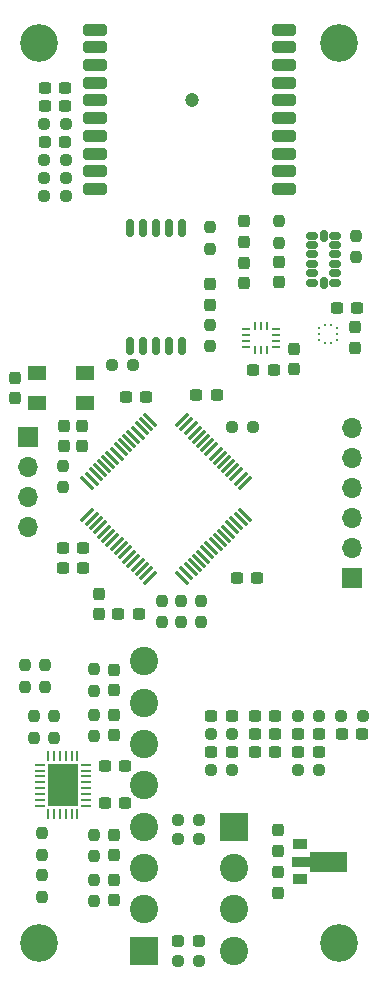
<source format=gts>
G04 #@! TF.GenerationSoftware,KiCad,Pcbnew,7.0.8*
G04 #@! TF.CreationDate,2023-11-27T14:39:53-06:00*
G04 #@! TF.ProjectId,Flight_Board,466c6967-6874-45f4-926f-6172642e6b69,rev?*
G04 #@! TF.SameCoordinates,Original*
G04 #@! TF.FileFunction,Soldermask,Top*
G04 #@! TF.FilePolarity,Negative*
%FSLAX46Y46*%
G04 Gerber Fmt 4.6, Leading zero omitted, Abs format (unit mm)*
G04 Created by KiCad (PCBNEW 7.0.8) date 2023-11-27 14:39:53*
%MOMM*%
%LPD*%
G01*
G04 APERTURE LIST*
G04 Aperture macros list*
%AMRoundRect*
0 Rectangle with rounded corners*
0 $1 Rounding radius*
0 $2 $3 $4 $5 $6 $7 $8 $9 X,Y pos of 4 corners*
0 Add a 4 corners polygon primitive as box body*
4,1,4,$2,$3,$4,$5,$6,$7,$8,$9,$2,$3,0*
0 Add four circle primitives for the rounded corners*
1,1,$1+$1,$2,$3*
1,1,$1+$1,$4,$5*
1,1,$1+$1,$6,$7*
1,1,$1+$1,$8,$9*
0 Add four rect primitives between the rounded corners*
20,1,$1+$1,$2,$3,$4,$5,0*
20,1,$1+$1,$4,$5,$6,$7,0*
20,1,$1+$1,$6,$7,$8,$9,0*
20,1,$1+$1,$8,$9,$2,$3,0*%
%AMFreePoly0*
4,1,9,3.862500,-0.866500,0.737500,-0.866500,0.737500,-0.450000,-0.737500,-0.450000,-0.737500,0.450000,0.737500,0.450000,0.737500,0.866500,3.862500,0.866500,3.862500,-0.866500,3.862500,-0.866500,$1*%
G04 Aperture macros list end*
%ADD10C,3.200000*%
%ADD11RoundRect,0.237500X0.237500X-0.250000X0.237500X0.250000X-0.237500X0.250000X-0.237500X-0.250000X0*%
%ADD12RoundRect,0.237500X-0.237500X0.300000X-0.237500X-0.300000X0.237500X-0.300000X0.237500X0.300000X0*%
%ADD13RoundRect,0.237500X0.250000X0.237500X-0.250000X0.237500X-0.250000X-0.237500X0.250000X-0.237500X0*%
%ADD14RoundRect,0.237500X-0.300000X-0.237500X0.300000X-0.237500X0.300000X0.237500X-0.300000X0.237500X0*%
%ADD15RoundRect,0.237500X0.300000X0.237500X-0.300000X0.237500X-0.300000X-0.237500X0.300000X-0.237500X0*%
%ADD16RoundRect,0.237500X-0.237500X0.250000X-0.237500X-0.250000X0.237500X-0.250000X0.237500X0.250000X0*%
%ADD17RoundRect,0.237500X-0.287500X-0.237500X0.287500X-0.237500X0.287500X0.237500X-0.287500X0.237500X0*%
%ADD18RoundRect,0.237500X-0.250000X-0.237500X0.250000X-0.237500X0.250000X0.237500X-0.250000X0.237500X0*%
%ADD19R,1.300000X0.900000*%
%ADD20FreePoly0,0.000000*%
%ADD21RoundRect,0.237500X0.237500X-0.300000X0.237500X0.300000X-0.237500X0.300000X-0.237500X-0.300000X0*%
%ADD22RoundRect,0.237500X-0.237500X0.287500X-0.237500X-0.287500X0.237500X-0.287500X0.237500X0.287500X0*%
%ADD23R,0.675000X0.250000*%
%ADD24R,0.250000X0.675000*%
%ADD25RoundRect,0.062500X-0.362500X-0.062500X0.362500X-0.062500X0.362500X0.062500X-0.362500X0.062500X0*%
%ADD26RoundRect,0.062500X-0.062500X-0.362500X0.062500X-0.362500X0.062500X0.362500X-0.062500X0.362500X0*%
%ADD27R,2.550000X3.550000*%
%ADD28R,1.700000X1.700000*%
%ADD29O,1.700000X1.700000*%
%ADD30RoundRect,0.237500X0.287500X0.237500X-0.287500X0.237500X-0.287500X-0.237500X0.287500X-0.237500X0*%
%ADD31R,1.600000X1.300000*%
%ADD32C,1.200000*%
%ADD33RoundRect,0.250000X-0.750000X-0.250000X0.750000X-0.250000X0.750000X0.250000X-0.750000X0.250000X0*%
%ADD34RoundRect,0.175000X0.175000X-0.575000X0.175000X0.575000X-0.175000X0.575000X-0.175000X-0.575000X0*%
%ADD35RoundRect,0.075000X-0.548008X0.441942X0.441942X-0.548008X0.548008X-0.441942X-0.441942X0.548008X0*%
%ADD36RoundRect,0.075000X-0.548008X-0.441942X-0.441942X-0.548008X0.548008X0.441942X0.441942X0.548008X0*%
%ADD37R,0.254000X0.279400*%
%ADD38R,0.279400X0.254000*%
%ADD39RoundRect,0.150000X-0.325000X-0.150000X0.325000X-0.150000X0.325000X0.150000X-0.325000X0.150000X0*%
%ADD40RoundRect,0.150000X-0.150000X-0.325000X0.150000X-0.325000X0.150000X0.325000X-0.150000X0.325000X0*%
%ADD41R,2.400000X2.400000*%
%ADD42C,2.400000*%
G04 APERTURE END LIST*
D10*
G04 #@! TO.C,H4*
X165100000Y-142875000D03*
G04 #@! TD*
D11*
G04 #@! TO.C,R8*
X166599000Y-84834500D03*
X166599000Y-83009500D03*
G04 #@! TD*
D12*
G04 #@! TO.C,C16*
X166459000Y-90769000D03*
X166459000Y-92494000D03*
G04 #@! TD*
D13*
G04 #@! TO.C,R9*
X142009500Y-78105000D03*
X140184500Y-78105000D03*
G04 #@! TD*
D14*
G04 #@! TO.C,C32*
X145314500Y-131064000D03*
X147039500Y-131064000D03*
G04 #@! TD*
G04 #@! TO.C,C24*
X161697500Y-126746000D03*
X163422500Y-126746000D03*
G04 #@! TD*
D11*
G04 #@! TO.C,R1*
X151765000Y-115720500D03*
X151765000Y-113895500D03*
G04 #@! TD*
G04 #@! TO.C,R2*
X150114000Y-115720500D03*
X150114000Y-113895500D03*
G04 #@! TD*
D15*
G04 #@! TO.C,C28*
X156056500Y-126746000D03*
X154331500Y-126746000D03*
G04 #@! TD*
D16*
G04 #@! TO.C,R19*
X139319000Y-123674500D03*
X139319000Y-125499500D03*
G04 #@! TD*
D15*
G04 #@! TO.C,C30*
X159739500Y-125222000D03*
X158014500Y-125222000D03*
G04 #@! TD*
D17*
G04 #@! TO.C,D2*
X151525000Y-142748000D03*
X153275000Y-142748000D03*
G04 #@! TD*
D13*
G04 #@! TO.C,R11*
X142009500Y-76581000D03*
X140184500Y-76581000D03*
G04 #@! TD*
D18*
G04 #@! TO.C,R17*
X154281500Y-125222000D03*
X156106500Y-125222000D03*
G04 #@! TD*
D19*
G04 #@! TO.C,U7*
X161800750Y-134493000D03*
D20*
X161888250Y-135993000D03*
D19*
X161800750Y-137493000D03*
G04 #@! TD*
D10*
G04 #@! TO.C,H1*
X139700000Y-66675000D03*
G04 #@! TD*
D21*
G04 #@! TO.C,C33*
X146050000Y-139292500D03*
X146050000Y-137567500D03*
G04 #@! TD*
D10*
G04 #@! TO.C,H3*
X139700000Y-142875000D03*
G04 #@! TD*
D18*
G04 #@! TO.C,FB2*
X140184500Y-73533000D03*
X142009500Y-73533000D03*
G04 #@! TD*
D15*
G04 #@! TO.C,C27*
X159739500Y-123698000D03*
X158014500Y-123698000D03*
G04 #@! TD*
D18*
G04 #@! TO.C,R15*
X165330500Y-123698000D03*
X167155500Y-123698000D03*
G04 #@! TD*
D15*
G04 #@! TO.C,C4*
X148817500Y-96647000D03*
X147092500Y-96647000D03*
G04 #@! TD*
D13*
G04 #@! TO.C,R14*
X163472500Y-123698000D03*
X161647500Y-123698000D03*
G04 #@! TD*
D12*
G04 #@! TO.C,C36*
X146050000Y-119761000D03*
X146050000Y-121486000D03*
G04 #@! TD*
D13*
G04 #@! TO.C,R4*
X153312500Y-132461000D03*
X151487500Y-132461000D03*
G04 #@! TD*
D11*
G04 #@! TO.C,R7*
X160020000Y-83589500D03*
X160020000Y-81764500D03*
G04 #@! TD*
D22*
G04 #@! TO.C,D3*
X154178000Y-87136000D03*
X154178000Y-88886000D03*
G04 #@! TD*
D11*
G04 #@! TO.C,R27*
X144399000Y-121536000D03*
X144399000Y-119711000D03*
G04 #@! TD*
D12*
G04 #@! TO.C,C22*
X159940750Y-136908500D03*
X159940750Y-138633500D03*
G04 #@! TD*
D14*
G04 #@! TO.C,C18*
X140234500Y-72009000D03*
X141959500Y-72009000D03*
G04 #@! TD*
D23*
G04 #@! TO.C,U6*
X157233500Y-90944000D03*
X157233500Y-91444000D03*
X157233500Y-91944000D03*
X157233500Y-92444000D03*
D24*
X157996000Y-92706500D03*
X158496000Y-92706500D03*
X158996000Y-92706500D03*
D23*
X159758500Y-92444000D03*
X159758500Y-91944000D03*
X159758500Y-91444000D03*
X159758500Y-90944000D03*
D24*
X158996000Y-90681500D03*
X158496000Y-90681500D03*
X157996000Y-90681500D03*
G04 #@! TD*
D21*
G04 #@! TO.C,C35*
X146050000Y-125322500D03*
X146050000Y-123597500D03*
G04 #@! TD*
D15*
G04 #@! TO.C,C3*
X143483500Y-111125000D03*
X141758500Y-111125000D03*
G04 #@! TD*
D14*
G04 #@! TO.C,C15*
X164961500Y-89091500D03*
X166686500Y-89091500D03*
G04 #@! TD*
G04 #@! TO.C,C17*
X140234500Y-70485000D03*
X141959500Y-70485000D03*
G04 #@! TD*
D10*
G04 #@! TO.C,H2*
X165100000Y-66675000D03*
G04 #@! TD*
D16*
G04 #@! TO.C,R18*
X140970000Y-123674500D03*
X140970000Y-125499500D03*
G04 #@! TD*
D14*
G04 #@! TO.C,C31*
X145314500Y-127889000D03*
X147039500Y-127889000D03*
G04 #@! TD*
G04 #@! TO.C,C9*
X153061500Y-96520000D03*
X154786500Y-96520000D03*
G04 #@! TD*
D12*
G04 #@! TO.C,C7*
X144780000Y-113310500D03*
X144780000Y-115035500D03*
G04 #@! TD*
D16*
G04 #@! TO.C,R20*
X140208000Y-119356500D03*
X140208000Y-121181500D03*
G04 #@! TD*
D25*
G04 #@! TO.C,U8*
X139786000Y-127790000D03*
X139786000Y-128290000D03*
X139786000Y-128790000D03*
X139786000Y-129290000D03*
X139786000Y-129790000D03*
X139786000Y-130290000D03*
X139786000Y-130790000D03*
X139786000Y-131290000D03*
D26*
X140486000Y-131990000D03*
X140986000Y-131990000D03*
X141486000Y-131990000D03*
X141986000Y-131990000D03*
X142486000Y-131990000D03*
X142986000Y-131990000D03*
D25*
X143686000Y-131290000D03*
X143686000Y-130790000D03*
X143686000Y-130290000D03*
X143686000Y-129790000D03*
X143686000Y-129290000D03*
X143686000Y-128790000D03*
X143686000Y-128290000D03*
X143686000Y-127790000D03*
D26*
X142986000Y-127090000D03*
X142486000Y-127090000D03*
X141986000Y-127090000D03*
X141486000Y-127090000D03*
X140986000Y-127090000D03*
X140486000Y-127090000D03*
D27*
X141736000Y-129540000D03*
G04 #@! TD*
D16*
G04 #@! TO.C,R21*
X138557000Y-119356500D03*
X138557000Y-121181500D03*
G04 #@! TD*
D15*
G04 #@! TO.C,C8*
X158215500Y-112014000D03*
X156490500Y-112014000D03*
G04 #@! TD*
D12*
G04 #@! TO.C,C1*
X137668000Y-95022500D03*
X137668000Y-96747500D03*
G04 #@! TD*
D28*
G04 #@! TO.C,J3*
X138811000Y-100086000D03*
D29*
X138811000Y-102626000D03*
X138811000Y-105166000D03*
X138811000Y-107706000D03*
G04 #@! TD*
D11*
G04 #@! TO.C,R25*
X144399000Y-135532500D03*
X144399000Y-133707500D03*
G04 #@! TD*
G04 #@! TO.C,R23*
X139954000Y-135405500D03*
X139954000Y-133580500D03*
G04 #@! TD*
D12*
G04 #@! TO.C,C34*
X146050000Y-133757500D03*
X146050000Y-135482500D03*
G04 #@! TD*
D21*
G04 #@! TO.C,C11*
X141859000Y-100811500D03*
X141859000Y-99086500D03*
G04 #@! TD*
D15*
G04 #@! TO.C,C6*
X148182500Y-115062000D03*
X146457500Y-115062000D03*
G04 #@! TD*
D30*
G04 #@! TO.C,D1*
X141972000Y-75057000D03*
X140222000Y-75057000D03*
G04 #@! TD*
D28*
G04 #@! TO.C,J4*
X166243000Y-112014000D03*
D29*
X166243000Y-109474000D03*
X166243000Y-106934000D03*
X166243000Y-104394000D03*
X166243000Y-101854000D03*
X166243000Y-99314000D03*
G04 #@! TD*
D15*
G04 #@! TO.C,C29*
X156056500Y-123698000D03*
X154331500Y-123698000D03*
G04 #@! TD*
D21*
G04 #@! TO.C,C14*
X160020000Y-86942000D03*
X160020000Y-85217000D03*
G04 #@! TD*
D31*
G04 #@! TO.C,U1*
X139555000Y-97135000D03*
X143655000Y-97135000D03*
X143655000Y-94635000D03*
X139555000Y-94635000D03*
G04 #@! TD*
D18*
G04 #@! TO.C,R10*
X140184500Y-79629000D03*
X142009500Y-79629000D03*
G04 #@! TD*
G04 #@! TO.C,R5*
X151487500Y-134112000D03*
X153312500Y-134112000D03*
G04 #@! TD*
D21*
G04 #@! TO.C,C21*
X159940750Y-135077500D03*
X159940750Y-133352500D03*
G04 #@! TD*
D11*
G04 #@! TO.C,FB1*
X141732000Y-104290500D03*
X141732000Y-102465500D03*
G04 #@! TD*
D14*
G04 #@! TO.C,C23*
X158014500Y-126746000D03*
X159739500Y-126746000D03*
G04 #@! TD*
D32*
G04 #@! TO.C,U5*
X152654000Y-71501000D03*
D33*
X144454000Y-65551000D03*
X144454000Y-67051000D03*
X144454000Y-68551000D03*
X144454000Y-70051000D03*
X144454000Y-71551000D03*
X144454000Y-73051000D03*
X144454000Y-74551000D03*
X144454000Y-76051000D03*
X144454000Y-77551000D03*
X144454000Y-79051000D03*
X160454000Y-79051000D03*
X160454000Y-77551000D03*
X160454000Y-76051000D03*
X160454000Y-74551000D03*
X160454000Y-73051000D03*
X160454000Y-71551000D03*
X160454000Y-70051000D03*
X160454000Y-68551000D03*
X160454000Y-67051000D03*
X160454000Y-65551000D03*
G04 #@! TD*
D15*
G04 #@! TO.C,C5*
X143483500Y-109474000D03*
X141758500Y-109474000D03*
G04 #@! TD*
D34*
G04 #@! TO.C,U9*
X147415000Y-92376000D03*
X148515000Y-92376000D03*
X149615000Y-92376000D03*
X150715000Y-92376000D03*
X151815000Y-92376000D03*
X151815000Y-82376000D03*
X150715000Y-82376000D03*
X149615000Y-82376000D03*
X148515000Y-82376000D03*
X147415000Y-82376000D03*
G04 #@! TD*
D11*
G04 #@! TO.C,R3*
X153416000Y-115720500D03*
X153416000Y-113895500D03*
G04 #@! TD*
D35*
G04 #@! TO.C,U2*
X149133819Y-98618519D03*
X148780266Y-98972072D03*
X148426713Y-99325625D03*
X148073159Y-99679179D03*
X147719606Y-100032732D03*
X147366052Y-100386286D03*
X147012499Y-100739839D03*
X146658946Y-101093392D03*
X146305392Y-101446946D03*
X145951839Y-101800499D03*
X145598286Y-102154052D03*
X145244732Y-102507606D03*
X144891179Y-102861159D03*
X144537625Y-103214713D03*
X144184072Y-103568266D03*
X143830519Y-103921819D03*
D36*
X143830519Y-106644181D03*
X144184072Y-106997734D03*
X144537625Y-107351287D03*
X144891179Y-107704841D03*
X145244732Y-108058394D03*
X145598286Y-108411948D03*
X145951839Y-108765501D03*
X146305392Y-109119054D03*
X146658946Y-109472608D03*
X147012499Y-109826161D03*
X147366052Y-110179714D03*
X147719606Y-110533268D03*
X148073159Y-110886821D03*
X148426713Y-111240375D03*
X148780266Y-111593928D03*
X149133819Y-111947481D03*
D35*
X151856181Y-111947481D03*
X152209734Y-111593928D03*
X152563287Y-111240375D03*
X152916841Y-110886821D03*
X153270394Y-110533268D03*
X153623948Y-110179714D03*
X153977501Y-109826161D03*
X154331054Y-109472608D03*
X154684608Y-109119054D03*
X155038161Y-108765501D03*
X155391714Y-108411948D03*
X155745268Y-108058394D03*
X156098821Y-107704841D03*
X156452375Y-107351287D03*
X156805928Y-106997734D03*
X157159481Y-106644181D03*
D36*
X157159481Y-103921819D03*
X156805928Y-103568266D03*
X156452375Y-103214713D03*
X156098821Y-102861159D03*
X155745268Y-102507606D03*
X155391714Y-102154052D03*
X155038161Y-101800499D03*
X154684608Y-101446946D03*
X154331054Y-101093392D03*
X153977501Y-100739839D03*
X153623948Y-100386286D03*
X153270394Y-100032732D03*
X152916841Y-99679179D03*
X152563287Y-99325625D03*
X152209734Y-98972072D03*
X151856181Y-98618519D03*
G04 #@! TD*
D13*
G04 #@! TO.C,R13*
X163472500Y-128270000D03*
X161647500Y-128270000D03*
G04 #@! TD*
D21*
G04 #@! TO.C,C10*
X143383000Y-100811500D03*
X143383000Y-99086500D03*
G04 #@! TD*
D37*
G04 #@! TO.C,U4*
X164423063Y-90601700D03*
X163922937Y-90601700D03*
D38*
X163423700Y-90850874D03*
X163423700Y-91351000D03*
X163423700Y-91851126D03*
D37*
X163922937Y-92100300D03*
X164423063Y-92100300D03*
D38*
X164922300Y-91851126D03*
X164922300Y-91351000D03*
X164922300Y-90850874D03*
G04 #@! TD*
D12*
G04 #@! TO.C,C19*
X161290000Y-92597500D03*
X161290000Y-94322500D03*
G04 #@! TD*
D16*
G04 #@! TO.C,R26*
X144399000Y-123547500D03*
X144399000Y-125372500D03*
G04 #@! TD*
D15*
G04 #@! TO.C,C26*
X167105500Y-125222000D03*
X165380500Y-125222000D03*
G04 #@! TD*
D11*
G04 #@! TO.C,R22*
X139954000Y-138961500D03*
X139954000Y-137136500D03*
G04 #@! TD*
G04 #@! TO.C,R28*
X154178000Y-92352500D03*
X154178000Y-90527500D03*
G04 #@! TD*
D14*
G04 #@! TO.C,C25*
X161697500Y-125222000D03*
X163422500Y-125222000D03*
G04 #@! TD*
D11*
G04 #@! TO.C,R30*
X154178000Y-84097500D03*
X154178000Y-82272500D03*
G04 #@! TD*
D14*
G04 #@! TO.C,C20*
X157887500Y-94361000D03*
X159612500Y-94361000D03*
G04 #@! TD*
D18*
G04 #@! TO.C,R29*
X145899500Y-93980000D03*
X147724500Y-93980000D03*
G04 #@! TD*
D21*
G04 #@! TO.C,C12*
X157099000Y-83516000D03*
X157099000Y-81791000D03*
G04 #@! TD*
D39*
G04 #@! TO.C,U3*
X162821000Y-82995000D03*
X162821000Y-83795000D03*
X162821000Y-84595000D03*
X162821000Y-85395000D03*
X162821000Y-86195000D03*
X162821000Y-86995000D03*
D40*
X163821000Y-86995000D03*
D39*
X164821000Y-86995000D03*
X164821000Y-86195000D03*
X164821000Y-85395000D03*
X164821000Y-84595000D03*
X164821000Y-83795000D03*
X164821000Y-82995000D03*
D40*
X163821000Y-82995000D03*
G04 #@! TD*
D16*
G04 #@! TO.C,R24*
X144399000Y-137517500D03*
X144399000Y-139342500D03*
G04 #@! TD*
D21*
G04 #@! TO.C,C13*
X157099000Y-87002000D03*
X157099000Y-85277000D03*
G04 #@! TD*
D18*
G04 #@! TO.C,R16*
X154281500Y-128270000D03*
X156106500Y-128270000D03*
G04 #@! TD*
G04 #@! TO.C,R6*
X156059500Y-99187000D03*
X157884500Y-99187000D03*
G04 #@! TD*
G04 #@! TO.C,R12*
X151487500Y-144399000D03*
X153312500Y-144399000D03*
G04 #@! TD*
D41*
G04 #@! TO.C,J2*
X148590000Y-143540000D03*
D42*
X148590000Y-140040000D03*
X148590000Y-136540000D03*
X148590000Y-133040000D03*
X148590000Y-129540000D03*
X148590000Y-126040000D03*
X148590000Y-122540000D03*
X148590000Y-119040000D03*
G04 #@! TD*
D41*
G04 #@! TO.C,J1*
X156210000Y-133040000D03*
D42*
X156210000Y-136540000D03*
X156210000Y-140040000D03*
X156210000Y-143540000D03*
G04 #@! TD*
M02*

</source>
